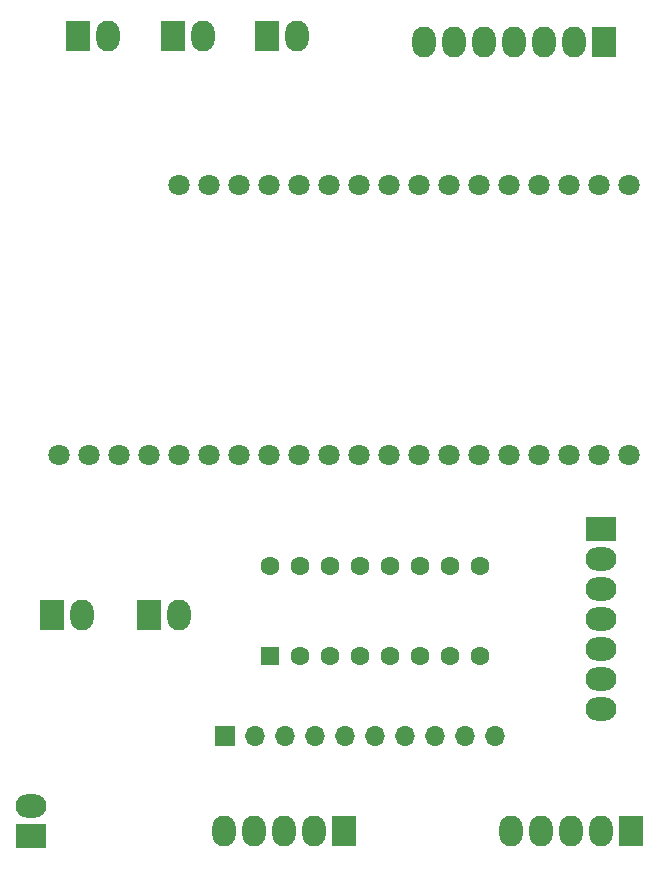
<source format=gbs>
G04 #@! TF.GenerationSoftware,KiCad,Pcbnew,(5.1.8)-1*
G04 #@! TF.CreationDate,2021-09-19T21:20:28+02:00*
G04 #@! TF.ProjectId,sdr-controller,7364722d-636f-46e7-9472-6f6c6c65722e,rev?*
G04 #@! TF.SameCoordinates,Original*
G04 #@! TF.FileFunction,Soldermask,Bot*
G04 #@! TF.FilePolarity,Negative*
%FSLAX46Y46*%
G04 Gerber Fmt 4.6, Leading zero omitted, Abs format (unit mm)*
G04 Created by KiCad (PCBNEW (5.1.8)-1) date 2021-09-19 21:20:28*
%MOMM*%
%LPD*%
G01*
G04 APERTURE LIST*
%ADD10R,2.000000X2.600000*%
%ADD11O,2.000000X2.600000*%
%ADD12R,2.600000X2.000000*%
%ADD13O,2.600000X2.000000*%
%ADD14C,1.800000*%
%ADD15C,1.600000*%
%ADD16R,1.600000X1.600000*%
%ADD17R,1.700000X1.700000*%
%ADD18O,1.700000X1.700000*%
G04 APERTURE END LIST*
D10*
X97830000Y-109250000D03*
D11*
X95290000Y-109250000D03*
X92750000Y-109250000D03*
X90210000Y-109250000D03*
X87670000Y-109250000D03*
D10*
X73500000Y-109250000D03*
D11*
X70960000Y-109250000D03*
X68420000Y-109250000D03*
X65880000Y-109250000D03*
X63340000Y-109250000D03*
D12*
X47000000Y-109750000D03*
D13*
X47000000Y-107210000D03*
D10*
X95500000Y-42500000D03*
D11*
X92960000Y-42500000D03*
X90420000Y-42500000D03*
X87880000Y-42500000D03*
X85340000Y-42500000D03*
X82800000Y-42500000D03*
X80260000Y-42500000D03*
D12*
X95250000Y-83750000D03*
D13*
X95250000Y-86290000D03*
X95250000Y-88830000D03*
X95250000Y-91370000D03*
X95250000Y-93910000D03*
X95250000Y-96450000D03*
X95250000Y-98990000D03*
D10*
X51000000Y-42000000D03*
D11*
X53540000Y-42000000D03*
D10*
X59000000Y-42000000D03*
D11*
X61540000Y-42000000D03*
D10*
X57000000Y-91000000D03*
D11*
X59540000Y-91000000D03*
D10*
X48750000Y-91000000D03*
D11*
X51290000Y-91000000D03*
D10*
X67000000Y-42000000D03*
D11*
X69540000Y-42000000D03*
D14*
X49370000Y-77430000D03*
X51910000Y-77430000D03*
X54450000Y-77430000D03*
X56990000Y-77430000D03*
X59530000Y-77430000D03*
X62070000Y-77430000D03*
X64610000Y-77430000D03*
X67150000Y-77430000D03*
X69690000Y-77430000D03*
X72230000Y-77430000D03*
X74770000Y-77430000D03*
X77310000Y-77430000D03*
X59530000Y-54570000D03*
X62070000Y-54570000D03*
X64610000Y-54570000D03*
X67150000Y-54570000D03*
X69690000Y-54570000D03*
X72230000Y-54570000D03*
X74770000Y-54570000D03*
X77310000Y-54570000D03*
X79850000Y-54570000D03*
X82390000Y-54570000D03*
X84930000Y-54570000D03*
X87470000Y-54570000D03*
X90010000Y-54570000D03*
X92550000Y-54570000D03*
X95090000Y-54570000D03*
X97630000Y-54570000D03*
X79850000Y-77430000D03*
X82390000Y-77430000D03*
X84930000Y-77430000D03*
X87470000Y-77430000D03*
X90010000Y-77430000D03*
X92550000Y-77430000D03*
X95090000Y-77430000D03*
X97630000Y-77430000D03*
D15*
X85030000Y-86880000D03*
X85030000Y-94500000D03*
X67250000Y-86880000D03*
X69790000Y-86880000D03*
X72330000Y-86880000D03*
X74870000Y-86880000D03*
X77410000Y-86880000D03*
X79950000Y-86880000D03*
X82490000Y-86880000D03*
X82490000Y-94500000D03*
X79950000Y-94500000D03*
X77410000Y-94500000D03*
X74870000Y-94500000D03*
X72330000Y-94500000D03*
X69790000Y-94500000D03*
D16*
X67250000Y-94500000D03*
D17*
X63420000Y-101250000D03*
D18*
X65960000Y-101250000D03*
X68500000Y-101250000D03*
X71040000Y-101250000D03*
X73580000Y-101250000D03*
X76120000Y-101250000D03*
X78660000Y-101250000D03*
X81200000Y-101250000D03*
X83740000Y-101250000D03*
X86280000Y-101250000D03*
M02*

</source>
